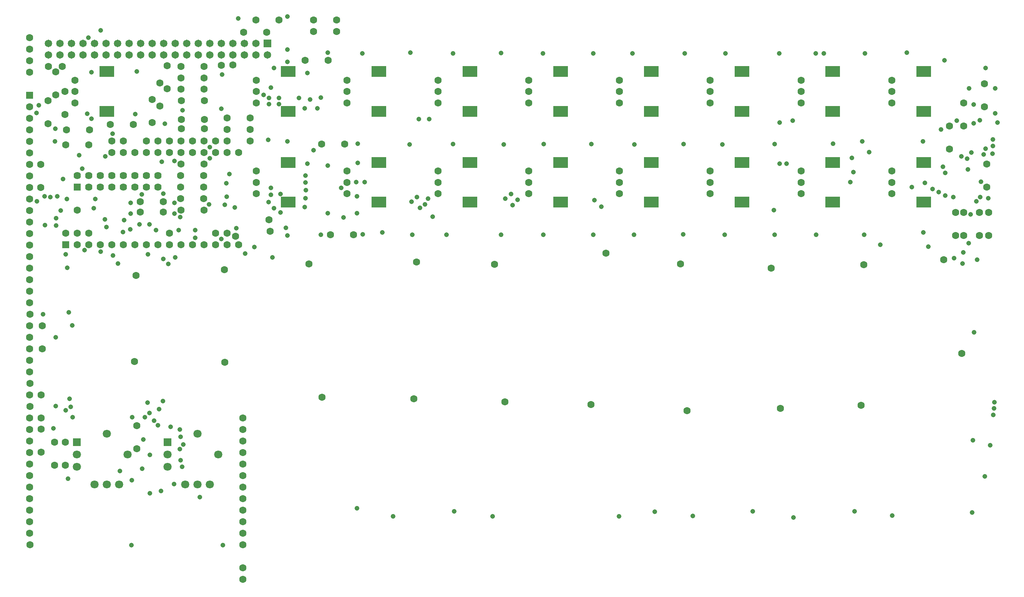
<source format=gbs>
%FSLAX33Y33*%
%MOMM*%
%AMRect-W2403400-H3200000-RO0.500*
21,1,2.4034,3.2,0.,0.,270*%
%AMRect-W1650000-H1650000-RO0.500*
21,1,1.65,1.65,0.,0.,270*%
%AMRect-W1600000-H1600000-RO0.500*
21,1,1.6,1.6,0.,0.,270*%
%ADD10C,1.0668*%
%ADD11C,1.6*%
%ADD12C,1.6*%
%ADD13Rect-W2403400-H3200000-RO0.500*%
%ADD14R,1.8X1.8*%
%ADD15C,1.8*%
%ADD16C,1.6*%
%ADD17C,1.6*%
%ADD18R,1.62X1.62*%
%ADD19C,1.62*%
%ADD20R,1.6X1.6*%
%ADD21C,1.65*%
%ADD22Rect-W1650000-H1650000-RO0.500*%
%ADD23Rect-W1600000-H1600000-RO0.500*%
D10*
%LNbottom solder mask_traces*%
G01*
X206550Y86736D03*
X34925Y85500D03*
X5017Y106950D03*
X196309Y118554D03*
X55765Y107225D03*
X90825Y86425D03*
X66400Y106275D03*
X210725Y17275D03*
X200325Y89875D03*
X31275Y36450D03*
X18700Y74725D03*
X210375Y82900D03*
X59792Y126500D03*
X109125Y87400D03*
X12052Y40500D03*
X8718Y101803D03*
X156210Y78445D03*
X28376Y38225D03*
X207294Y103556D03*
X27750Y87308D03*
X52584Y75750D03*
X68707Y118554D03*
X63850Y88275D03*
X8300Y35775D03*
X213475Y25175D03*
X199848Y98990D03*
X116332Y98445D03*
X68700Y83175D03*
X36244Y82325D03*
X64235Y94125D03*
X215175Y96333D03*
X19650Y81800D03*
X67218Y108687D03*
X8750Y40675D03*
X75150Y83185D03*
X21325Y100725D03*
X215575Y41525D03*
X4656Y85825D03*
X186495Y98990D03*
X12400Y58425D03*
X127229Y78475D03*
X215300Y97975D03*
X107467Y98323D03*
X8875Y80445D03*
X162325Y17525D03*
X90175Y85100D03*
X203350Y87821D03*
X88775Y103925D03*
X201016Y75844D03*
X204225Y93400D03*
X156362Y118445D03*
X187096Y118450D03*
X211060Y103022D03*
X212500Y86736D03*
X206705Y73304D03*
X23800Y81645D03*
X63675Y106275D03*
X197450Y88925D03*
X36275Y28725D03*
X29016Y41450D03*
X42725Y95325D03*
X213267Y96150D03*
X208340Y95725D03*
X135865Y118445D03*
X75336Y94310D03*
X109400Y84950D03*
X209600Y95175D03*
X86919Y118575D03*
X7600Y86725D03*
X55640Y85670D03*
X29550Y29971D03*
X8750Y55850D03*
X10975Y74150D03*
X76417Y78562D03*
X71671Y88775D03*
X36150Y35540D03*
X116180Y78445D03*
X9100Y86875D03*
X30887Y79481D03*
X31525Y39990D03*
X50475Y74261D03*
X187975Y96660D03*
X23580Y79025D03*
X214650Y32075D03*
X26625Y114422D03*
X190475Y76212D03*
X13925Y95975D03*
X15981Y121900D03*
X127229Y118425D03*
X18650Y123475D03*
X39500Y79500D03*
X186950Y78450D03*
X19950Y80125D03*
X39484Y77750D03*
X146990Y78500D03*
X10975Y39750D03*
X6000Y60960D03*
X176200Y118445D03*
X147396Y118425D03*
X8592Y99035D03*
X29554Y21488D03*
X149125Y16450D03*
X215775Y110675D03*
X45466Y113716D03*
X210015Y110693D03*
X36700Y105855D03*
X15100Y75050D03*
X48600Y79900D03*
X46330Y89810D03*
X35843Y79431D03*
X204750Y92116D03*
X36150Y31164D03*
X8875Y82085D03*
X116154Y118445D03*
X54550Y109225D03*
X168199Y118450D03*
X33550Y72050D03*
X215500Y40175D03*
X6325Y86875D03*
X169800Y94125D03*
X107865Y86400D03*
X210490Y96590D03*
X16650Y104050D03*
X25450Y10025D03*
X32106Y94500D03*
X96317Y98445D03*
X72187Y82296D03*
X171150Y103625D03*
X75150Y86950D03*
X76860Y90068D03*
X96575Y17450D03*
X6400Y80550D03*
X35125Y73450D03*
X34925Y94700D03*
X184510Y92275D03*
X40525Y20650D03*
X180035Y98552D03*
X45985Y85055D03*
X208559Y72060D03*
X86766Y98349D03*
X17475Y86284D03*
X178003Y118445D03*
X36650Y27300D03*
X215350Y38725D03*
X204591Y116916D03*
X136246Y98349D03*
X59848Y116561D03*
X48231Y84494D03*
X91025Y103925D03*
X184800Y17450D03*
X11650Y61325D03*
X214224Y86450D03*
X12500Y38225D03*
X215300Y99471D03*
X105075Y16425D03*
X58304Y87454D03*
X45600Y10000D03*
X25265Y83142D03*
X193075Y16575D03*
X32489Y87525D03*
X128975Y84625D03*
X68704Y93675D03*
X147142Y98445D03*
X215775Y105175D03*
X34925Y83075D03*
X176301Y78450D03*
X212675Y90148D03*
X110500Y86175D03*
X17165Y84322D03*
X19700Y95750D03*
X62331Y108550D03*
X47015Y91829D03*
X32410Y41750D03*
X75336Y98480D03*
X29454Y39125D03*
X167157Y98445D03*
X167157Y78450D03*
X26311Y105000D03*
X204750Y87075D03*
X57981Y108550D03*
X27844Y26925D03*
X57950Y107225D03*
X209956Y76581D03*
X136169Y78445D03*
X126797Y98445D03*
X32000Y22000D03*
X55765Y108550D03*
X96291Y118445D03*
X21365Y73850D03*
X56856Y115189D03*
X46482Y86850D03*
X58297Y83400D03*
X91821Y82398D03*
X168250Y94125D03*
X201975Y88525D03*
X64850Y108225D03*
X89070Y84375D03*
X28050Y33331D03*
X87351Y78450D03*
X14605Y93029D03*
X42554Y85104D03*
X132900Y16375D03*
X59848Y78303D03*
X45250Y77535D03*
X211600Y85806D03*
X15750Y105100D03*
X16675Y114249D03*
X29075Y74125D03*
X213677Y97392D03*
X25601Y38225D03*
X25280Y85505D03*
X88350Y86725D03*
X67158Y78445D03*
X25225Y79675D03*
X55575Y99339D03*
X87200Y85700D03*
X27203Y80750D03*
X80775Y78990D03*
X183900Y90025D03*
X56225Y87250D03*
X32500Y73150D03*
X56200Y110875D03*
X32775Y102900D03*
X212421Y103705D03*
X184200Y95377D03*
X211060Y107163D03*
X64198Y114071D03*
X140800Y17375D03*
X48975Y126111D03*
X63825Y91450D03*
X36275Y33921D03*
X171350Y16100D03*
X65600Y97075D03*
X127475Y86050D03*
X56525Y73491D03*
X76302Y118445D03*
X42725Y97714D03*
X25500Y24380D03*
X63671Y84550D03*
X210875Y33125D03*
X209750Y92838D03*
X9850Y83790D03*
X216275Y103200D03*
X167000Y83875D03*
X208767Y74524D03*
X11287Y71200D03*
X22887Y26388D03*
X36906Y32207D03*
X56225Y88764D03*
X10350Y90750D03*
X22500Y72100D03*
X30485Y37490D03*
X59792Y119232D03*
X63825Y86500D03*
X213625Y115200D03*
X75150Y18200D03*
X199945Y78990D03*
X11218Y86300D03*
X59487Y79930D03*
X106934Y78445D03*
X56900Y84252D03*
X34050Y36144D03*
X94894Y78445D03*
X59848Y98990D03*
X34825Y23500D03*
X75006Y90068D03*
X11520Y24654D03*
X203875Y101645D03*
X11850Y42325D03*
X168294Y103175D03*
X29421Y80750D03*
X211825Y72975D03*
X4500Y105290D03*
X106883Y118475D03*
X211125Y56975D03*
X155677Y98323D03*
X83125Y16425D03*
X63825Y90000D03*
X45244Y106250D03*
%LNbottom solder mask component 2cb417fd89b64ff1*%
D11*
X70675Y125755D03*
X65595Y125755D03*
%LNbottom solder mask component 2e96c5ec09cc2bff*%
D12*
X43970Y78805D03*
%LNbottom solder mask component c7283ee94d66bc59*%
X92990Y92500D03*
X92990Y90000D03*
X92990Y87500D03*
D13*
X100000Y94394D03*
X100000Y85606D03*
%LNbottom solder mask component 7be21fa8212241c2*%
D14*
X13400Y32700D03*
D15*
X13400Y30000D03*
X13400Y27300D03*
X17300Y23400D03*
X20000Y23400D03*
X22700Y23400D03*
X20000Y34600D03*
X24600Y30000D03*
%LNbottom solder mask component 87d4757989b5faab*%
D16*
X46514Y104205D03*
X51594Y104205D03*
%LNbottom solder mask component fae2ab7ca5d4c9bc*%
X67425Y42675D03*
%LNbottom solder mask component 0c936e703266551f*%
X50000Y10160D03*
%LNbottom solder mask component 58a1288a180aeb08*%
D17*
X207025Y78248D03*
X207025Y83328D03*
%LNbottom solder mask component cfb32474af56c8fe*%
D18*
X13510Y88975D03*
D19*
X16050Y88975D03*
X18590Y88975D03*
X21130Y88975D03*
X23670Y88975D03*
X26210Y88975D03*
X28750Y88975D03*
X31290Y88975D03*
X13510Y91515D03*
X16050Y91515D03*
X18590Y91515D03*
X21130Y91515D03*
X23670Y91515D03*
X26210Y91515D03*
X28750Y91515D03*
X31290Y91515D03*
%LNbottom solder mask component edd2f8c4690b01ba*%
D16*
X46050Y50343D03*
%LNbottom solder mask component 7d0a4e2d061378cf*%
D11*
X41438Y83885D03*
X36358Y83885D03*
%LNbottom solder mask component 19b7ae7034783336*%
D12*
X214348Y83395D03*
X214348Y78315D03*
%LNbottom solder mask component 3cf36ddb64d95e52*%
D17*
X212350Y78315D03*
X212350Y83395D03*
%LNbottom solder mask component 32cc1e32022eae04*%
X7050Y102935D03*
X7050Y108015D03*
%LNbottom solder mask component adf83d82d2d88d45*%
D16*
X45949Y70725D03*
%LNbottom solder mask component 840a2754f238af4d*%
D12*
X43970Y99125D03*
%LNbottom solder mask component e9789fece648f183*%
X92990Y112500D03*
X92990Y110000D03*
X92990Y107500D03*
D13*
X100000Y114394D03*
X100000Y105606D03*
%LNbottom solder mask component 5154ed8cd176cc8c*%
D12*
X41430Y99125D03*
%LNbottom solder mask component d62bc96d87e5019c*%
D16*
X50000Y2540D03*
%LNbottom solder mask component 28689b4c8158a79f*%
D11*
X74390Y78445D03*
X69310Y78445D03*
%LNbottom solder mask component ffc4da092a9a4fc5*%
D12*
X28730Y99125D03*
%LNbottom solder mask component 44887bd3d44aa71f*%
X8745Y114365D03*
X8745Y109285D03*
%LNbottom solder mask component 5baf418b44386f3e*%
D11*
X41509Y101841D03*
X36429Y101841D03*
%LNbottom solder mask component 89ac62f37abc9e14*%
D12*
X21110Y99125D03*
%LNbottom solder mask component c392bcdfea8d8ea2*%
D16*
X47780Y115900D03*
%LNbottom solder mask component e784ba3ac1935508*%
D17*
X31700Y106776D03*
X31700Y111856D03*
%LNbottom solder mask component 01c081f32b57dd17*%
D12*
X12990Y112500D03*
X12990Y110000D03*
X12990Y107500D03*
D13*
X20000Y114394D03*
X20000Y105606D03*
%LNbottom solder mask component 4ad53e7247cb7795*%
D12*
X192990Y92500D03*
X192990Y90000D03*
X192990Y87500D03*
D13*
X200000Y94394D03*
X200000Y85606D03*
%LNbottom solder mask component 3657576657a30115*%
D16*
X50000Y5080D03*
%LNbottom solder mask component 3f41394d43e5d88f*%
X10225Y115525D03*
%LNbottom solder mask component 37922efdc8d51755*%
D20*
X10975Y76265D03*
D16*
X13515Y76265D03*
X16055Y76265D03*
X18595Y76265D03*
X21135Y76265D03*
X23675Y76265D03*
X26215Y76265D03*
X28755Y76265D03*
X31295Y76265D03*
X33835Y76265D03*
X36375Y76265D03*
X38915Y76265D03*
X41455Y76265D03*
X43995Y76265D03*
X46535Y76265D03*
X49075Y76265D03*
X49075Y96585D03*
X46535Y96585D03*
X43995Y96585D03*
X41455Y96585D03*
X38915Y96585D03*
X36375Y96585D03*
X33835Y96585D03*
X31295Y96585D03*
X28755Y96585D03*
X26215Y96585D03*
X23675Y96585D03*
X21135Y96585D03*
%LNbottom solder mask component aa580201ffaa89d6*%
X50000Y20320D03*
%LNbottom solder mask component af1981297f4010f7*%
D12*
X23650Y99125D03*
%LNbottom solder mask component b8b07e4af1db7061*%
D11*
X57975Y125755D03*
X52895Y125755D03*
%LNbottom solder mask component 110faed1cc146b02*%
D17*
X33300Y110636D03*
X33300Y115716D03*
%LNbottom solder mask component f7b75df1bdf2f181*%
D16*
X50000Y25400D03*
%LNbottom solder mask component 03a6b9848fb8370e*%
X107747Y41650D03*
%LNbottom solder mask component 22e543a28086d96e*%
D11*
X70675Y123215D03*
X65595Y123215D03*
%LNbottom solder mask component dece1cff8e284f1a*%
D12*
X36358Y99125D03*
%LNbottom solder mask component 7fd2e291fd359170*%
D16*
X50000Y27940D03*
%LNbottom solder mask component 7a75119600317b29*%
D12*
X152990Y92500D03*
X152990Y90000D03*
X152990Y87500D03*
D13*
X160000Y94394D03*
X160000Y85606D03*
%LNbottom solder mask component 7583a494c62a08c3*%
D16*
X50000Y15240D03*
%LNbottom solder mask component 2ce9bceb47a0c645*%
D21*
X52860Y120650D03*
X50320Y120650D03*
X47780Y120650D03*
X45240Y120650D03*
X42700Y120650D03*
X40160Y120650D03*
X37620Y120650D03*
X35080Y120650D03*
X32540Y120650D03*
X30000Y120650D03*
X27460Y120650D03*
X24920Y120650D03*
X22380Y120650D03*
X19840Y120650D03*
X17300Y120650D03*
X14760Y120650D03*
X12220Y120650D03*
X9680Y120650D03*
X7140Y120650D03*
X55400Y118110D03*
X52860Y118110D03*
X50320Y118110D03*
X47780Y118110D03*
X45240Y118110D03*
X42700Y118110D03*
X40160Y118110D03*
X37620Y118110D03*
X35080Y118110D03*
X32540Y118110D03*
X30000Y118110D03*
X27460Y118110D03*
X24920Y118110D03*
X22380Y118110D03*
X19840Y118110D03*
X17300Y118110D03*
X14760Y118110D03*
X12220Y118110D03*
X9680Y118110D03*
X7140Y118110D03*
D22*
X55400Y120650D03*
%LNbottom solder mask component d1b8988840d6d78f*%
D12*
X46510Y78805D03*
%LNbottom solder mask component c2943c2eaca65d4c*%
X132990Y92500D03*
X132990Y90000D03*
X132990Y87500D03*
D13*
X140000Y94394D03*
X140000Y85606D03*
%LNbottom solder mask component b8f167eb817f45c9*%
D12*
X13490Y83835D03*
X13490Y78755D03*
%LNbottom solder mask component 8d773e40d9ff8c97*%
D16*
X50177Y123047D03*
X55257Y123047D03*
%LNbottom solder mask component f5ef1cec2031dca3*%
D12*
X52990Y112500D03*
X52990Y110000D03*
X52990Y107500D03*
D13*
X60000Y114394D03*
X60000Y105606D03*
%LNbottom solder mask component 8daf806579074e6c*%
D16*
X50000Y12700D03*
%LNbottom solder mask component 20eaf199acc821e9*%
X87675Y42300D03*
%LNbottom solder mask component 835bc4b13f0791df*%
X7140Y115525D03*
%LNbottom solder mask component 051bcd12e4b16a5d*%
X26441Y69475D03*
%LNbottom solder mask component 2707fcd6ab92e018*%
D12*
X132990Y112500D03*
X132990Y110000D03*
X132990Y107500D03*
D13*
X140000Y114394D03*
X140000Y105606D03*
%LNbottom solder mask component fa4b46b3c3d02d04*%
D16*
X48375Y78075D03*
%LNbottom solder mask component 15295c3f1cff3500*%
X45240Y115825D03*
%LNbottom solder mask component f89053a2e4f60840*%
D12*
X5560Y35565D03*
X5560Y30485D03*
%LNbottom solder mask component 52a1b1ca2b1d3003*%
D16*
X146400Y72034D03*
%LNbottom solder mask component 18194bf12f70f194*%
D12*
X72990Y112500D03*
X72990Y110000D03*
X72990Y107500D03*
D13*
X80000Y114394D03*
X80000Y105606D03*
%LNbottom solder mask component 5a332b9c7c6b454e*%
D17*
X8500Y27620D03*
X8500Y32700D03*
%LNbottom solder mask component 549c3aea35d079e6*%
D12*
X112990Y92500D03*
X112990Y90000D03*
X112990Y87500D03*
D13*
X120000Y94394D03*
X120000Y85606D03*
%LNbottom solder mask component 3d096520bff5873b*%
D12*
X205725Y102435D03*
X205725Y97355D03*
%LNbottom solder mask component 76bc64773c60f07c*%
D17*
X3000Y119380D03*
X3000Y121920D03*
%LNbottom solder mask component 2b1495a865a6849a*%
D16*
X208450Y52325D03*
%LNbottom solder mask component 0140c6c654e9dc5b*%
X50000Y33020D03*
%LNbottom solder mask component 3b85729fa308793e*%
X105450Y71925D03*
%LNbottom solder mask component 3244838e2437b951*%
D12*
X5850Y58400D03*
X5850Y53320D03*
%LNbottom solder mask component 4705e07a40114c09*%
D16*
X36309Y86425D03*
X41389Y86425D03*
%LNbottom solder mask component 01015ca45b8bb0bc*%
D11*
X72465Y98455D03*
X67385Y98455D03*
%LNbottom solder mask component 794c30c688ef4a1d*%
D16*
X55800Y81750D03*
%LNbottom solder mask component ef78370791fd3d8b*%
D11*
X41389Y88965D03*
X36309Y88965D03*
%LNbottom solder mask component 7affad552c8f2dee*%
D12*
X112990Y112500D03*
X112990Y110000D03*
X112990Y107500D03*
D13*
X120000Y114394D03*
X120000Y105606D03*
%LNbottom solder mask component f5aa278a4338d0a7*%
D12*
X52990Y92500D03*
X52990Y90000D03*
X52990Y87500D03*
D13*
X60000Y94394D03*
X60000Y85606D03*
%LNbottom solder mask component 948a008d14176e07*%
D16*
X50000Y17780D03*
%LNbottom solder mask component adc1909596e3bd48*%
X50000Y38100D03*
%LNbottom solder mask component ab6498ba432a0b55*%
X11160Y101525D03*
X16240Y101525D03*
%LNbottom solder mask component 3c2ce17cf2a01d3a*%
X88250Y72475D03*
%LNbottom solder mask component 020795961396f96f*%
X166450Y71120D03*
%LNbottom solder mask component 179472fd52466dca*%
D12*
X38890Y99125D03*
%LNbottom solder mask component 91ad611b2d09aec1*%
D16*
X50000Y30480D03*
%LNbottom solder mask component 1aa80e2305d3c3f5*%
X63706Y116850D03*
X68786Y116850D03*
%LNbottom solder mask component 7402d1aeef7f3f20*%
X50000Y35560D03*
%LNbottom solder mask component 478e18b4a5e21ed9*%
D17*
X3000Y114300D03*
X3000Y116840D03*
%LNbottom solder mask component 4bb94fafb42cfb5f*%
D12*
X172990Y92500D03*
X172990Y90000D03*
X172990Y87500D03*
D13*
X180000Y94394D03*
X180000Y85606D03*
%LNbottom solder mask component e8b37e7f08e4b4ce*%
D11*
X51594Y99125D03*
X46514Y99125D03*
%LNbottom solder mask component 511370af6c7919eb*%
D16*
X26111Y50495D03*
%LNbottom solder mask component 264957ead632d6c1*%
D11*
X32489Y85725D03*
X27409Y85725D03*
%LNbottom solder mask component bfe6143774099665*%
D16*
X36358Y94045D03*
X41438Y94045D03*
%LNbottom solder mask component c1f03332e9856203*%
D12*
X10860Y32700D03*
X10860Y27620D03*
%LNbottom solder mask component 863ca0b2a523c33c*%
D16*
X186817Y71831D03*
%LNbottom solder mask component 01839eb3658de517*%
D12*
X152990Y112500D03*
X152990Y110000D03*
X152990Y107500D03*
D13*
X160000Y114394D03*
X160000Y105606D03*
%LNbottom solder mask component 2d214055c5945252*%
D16*
X147900Y39675D03*
%LNbottom solder mask component aff9f134acc6d168*%
X126746Y41025D03*
%LNbottom solder mask component 90a5760c096e9d9b*%
X186233Y40869D03*
%LNbottom solder mask component 28b624cef8888489*%
D12*
X33810Y99125D03*
%LNbottom solder mask component ab9d65e67c875311*%
X172990Y112500D03*
X172990Y110000D03*
X172990Y107500D03*
D13*
X180000Y114394D03*
X180000Y105606D03*
%LNbottom solder mask component 707e6c11d1cca362*%
D16*
X46514Y101665D03*
X51594Y101665D03*
%LNbottom solder mask component 5b22a68f09ffcba4*%
D17*
X26613Y31271D03*
X26613Y36351D03*
%LNbottom solder mask component 595a8c12c1f1384b*%
D12*
X192990Y112500D03*
X192990Y110000D03*
X192990Y107500D03*
D13*
X200000Y114394D03*
X200000Y105606D03*
%LNbottom solder mask component 109cba4edaa46692*%
D16*
X64575Y72050D03*
%LNbottom solder mask component 17d3a0ee983cedc9*%
X36309Y91505D03*
X41389Y91505D03*
%LNbottom solder mask component 7c5862ef05c6b57e*%
D12*
X30000Y108286D03*
X30000Y103206D03*
%LNbottom solder mask component 3ee2067a7940f73c*%
D16*
X36350Y112992D03*
X41430Y112992D03*
%LNbottom solder mask component a545dc4cd47ee866*%
D12*
X33810Y78805D03*
%LNbottom solder mask component d72e272e4740b0c6*%
X10800Y110000D03*
X10800Y104920D03*
%LNbottom solder mask component e02c3f52298e31bf*%
D16*
X168478Y40150D03*
%LNbottom solder mask component a57d4a4026e36de8*%
D12*
X72990Y92500D03*
X72990Y90000D03*
X72990Y87500D03*
D13*
X80000Y94394D03*
X80000Y85606D03*
%LNbottom solder mask component 49beb2a2a790b48d*%
D17*
X213925Y88925D03*
X213925Y94005D03*
%LNbottom solder mask component 66a2352ef12547e6*%
D11*
X16090Y98275D03*
X11010Y98275D03*
%LNbottom solder mask component 0286a69b302c7373*%
D16*
X55975Y79250D03*
%LNbottom solder mask component f46c31dedb484b98*%
X50000Y22860D03*
%LNbottom solder mask component afb2019f5953c4e2*%
X36429Y107997D03*
X41509Y107997D03*
%LNbottom solder mask component e7393894ce705798*%
X36429Y103825D03*
X41509Y103825D03*
%LNbottom solder mask component 04f20976e88c6656*%
X204400Y72974D03*
%LNbottom solder mask component 9838140f6d8fc3a3*%
D11*
X32440Y83425D03*
X27360Y83425D03*
%LNbottom solder mask component 4de6dc9ddc697575*%
D12*
X213404Y111730D03*
X213404Y106650D03*
%LNbottom solder mask component d1bccda1b464fd03*%
X3000Y106680D03*
X3000Y104140D03*
X3000Y101600D03*
X3000Y99060D03*
X3000Y96520D03*
X3000Y93980D03*
X3000Y91440D03*
X3000Y88900D03*
X3000Y86360D03*
X3000Y83820D03*
X3000Y81280D03*
X3000Y78740D03*
X3000Y76200D03*
X3000Y73660D03*
X3000Y71120D03*
X3000Y68580D03*
X3000Y66040D03*
X3000Y63500D03*
X3075Y60960D03*
X3000Y58420D03*
X3000Y55880D03*
X3000Y53340D03*
X3000Y50800D03*
X3000Y48260D03*
X3075Y45720D03*
X3000Y43180D03*
X3075Y40640D03*
X3000Y38100D03*
X3000Y35560D03*
X3000Y33020D03*
X3000Y30480D03*
X3000Y27940D03*
X3000Y25400D03*
X3000Y22860D03*
X3000Y20320D03*
X3000Y17780D03*
X3000Y15240D03*
X3000Y12700D03*
X3075Y10160D03*
D23*
X3000Y109220D03*
%LNbottom solder mask component 8161a00624e99dd4*%
D16*
X129975Y74400D03*
%LNbottom solder mask component be6dae4a381f52ea*%
D12*
X16030Y78755D03*
%LNbottom solder mask component e90434b9302ec0b9*%
D16*
X36350Y115541D03*
X41430Y115541D03*
%LNbottom solder mask component 42107fc99cd43302*%
X20835Y102781D03*
X25915Y102781D03*
%LNbottom solder mask component fca1a590c33dcb53*%
D12*
X5450Y93980D03*
X5450Y88900D03*
%LNbottom solder mask component 175f9e2f385f0166*%
D17*
X208875Y102435D03*
X208875Y107515D03*
%LNbottom solder mask component 45386d5e65213c57*%
X5540Y38100D03*
X5540Y43180D03*
%LNbottom solder mask component fb25c8ebd593f1df*%
D14*
X33400Y32700D03*
D15*
X33400Y30000D03*
X33400Y27300D03*
X37300Y23400D03*
X40000Y23400D03*
X42700Y23400D03*
X40000Y34600D03*
X44600Y30000D03*
%LNbottom solder mask component 620a4f717f976fc9*%
D12*
X10950Y78755D03*
%LNbottom solder mask component 4cda8897de2b8f63*%
D11*
X41430Y110537D03*
X36350Y110537D03*
%LNbottom solder mask component fcb33d2da6a8351b*%
D17*
X208879Y78248D03*
X208879Y83328D03*
%LNbottom solder mask component 1902cf21c92c7046*%
D12*
X31270Y99125D03*
M02*
</source>
